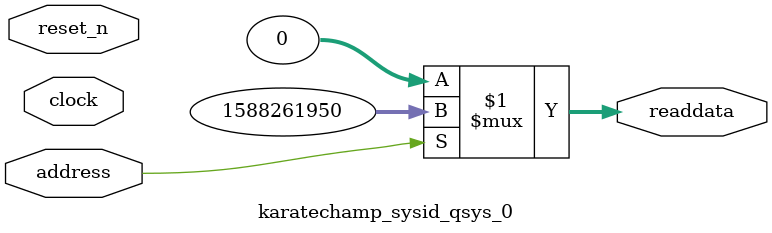
<source format=v>



// synthesis translate_off
`timescale 1ns / 1ps
// synthesis translate_on

// turn off superfluous verilog processor warnings 
// altera message_level Level1 
// altera message_off 10034 10035 10036 10037 10230 10240 10030 

module karatechamp_sysid_qsys_0 (
               // inputs:
                address,
                clock,
                reset_n,

               // outputs:
                readdata
             )
;

  output  [ 31: 0] readdata;
  input            address;
  input            clock;
  input            reset_n;

  wire    [ 31: 0] readdata;
  //control_slave, which is an e_avalon_slave
  assign readdata = address ? 1588261950 : 0;

endmodule



</source>
